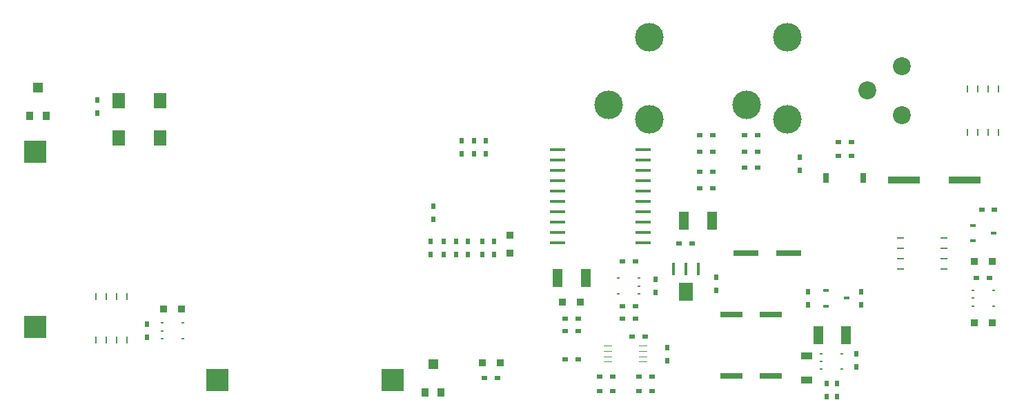
<source format=gtp>
G04 #@! TF.FileFunction,Paste,Top*
%FSLAX46Y46*%
G04 Gerber Fmt 4.6, Leading zero omitted, Abs format (unit mm)*
G04 Created by KiCad (PCBNEW 4.0.6) date 08/04/17 18:38:55*
%MOMM*%
%LPD*%
G01*
G04 APERTURE LIST*
%ADD10C,0.150000*%
%ADD11C,3.510280*%
%ADD12R,2.700020X0.701040*%
%ADD13C,2.199640*%
%ADD14R,0.949960X0.901700*%
%ADD15R,0.901700X0.949960*%
%ADD16R,0.401320X1.501140*%
%ADD17R,1.699260X2.301240*%
%ADD18R,0.970280X0.081280*%
%ADD19R,3.101340X0.701040*%
%ADD20R,1.351280X0.901700*%
%ADD21R,0.698500X1.297940*%
%ADD22R,0.099060X0.899160*%
%ADD23R,1.300480X2.199640*%
%ADD24R,1.899920X0.299720*%
%ADD25R,4.000500X0.899160*%
%ADD26R,0.701040X0.401320*%
%ADD27R,0.462280X0.208280*%
%ADD28R,1.501140X1.986280*%
%ADD29R,0.208280X0.843280*%
%ADD30R,0.843280X0.208280*%
%ADD31R,0.899160X0.099060*%
%ADD32R,2.700020X2.700020*%
%ADD33R,0.701040X0.500380*%
%ADD34R,0.500380X0.701040*%
%ADD35R,1.099820X0.099060*%
%ADD36R,1.300480X1.300480*%
%ADD37R,0.899160X1.099820*%
G04 APERTURE END LIST*
D10*
D11*
X78999080Y-4500880D03*
X78999080Y-14500860D03*
X74000360Y-12750800D03*
X95999300Y-4500880D03*
X95999300Y-14500860D03*
X91000580Y-12750800D03*
D12*
X93901260Y-38498780D03*
X89100660Y-38498780D03*
X93901260Y-45999400D03*
X89100660Y-45999400D03*
D13*
X109997240Y-7998460D03*
X105798620Y-11000740D03*
X109999780Y-14000480D03*
D14*
X61899800Y-28795980D03*
X61899800Y-30995620D03*
D15*
X121099580Y-39499540D03*
X118899940Y-39499540D03*
D16*
X85001100Y-32900620D03*
X83499960Y-32900620D03*
X81998820Y-32900620D03*
D17*
X83499960Y-35699700D03*
D18*
X73931780Y-42423080D03*
X73931780Y-43073320D03*
X73931780Y-43723560D03*
X73931780Y-44373800D03*
X78249780Y-44373800D03*
X78249780Y-43723560D03*
X78249780Y-43073320D03*
X78249780Y-42423080D03*
D19*
X96100900Y-31000700D03*
X90898980Y-31000700D03*
D15*
X118899940Y-31998920D03*
X121099580Y-31998920D03*
X68399660Y-37000180D03*
X70599300Y-37000180D03*
X60700920Y-44399200D03*
X58501280Y-44399200D03*
D20*
X98348800Y-43550840D03*
X98348800Y-46550580D03*
D21*
X105277920Y-21701760D03*
X100721160Y-21701760D03*
D22*
X27599640Y-13101320D03*
X28399740Y-13101320D03*
X29199840Y-13101320D03*
X29999940Y-13101320D03*
X30800040Y-13101320D03*
X31600140Y-13101320D03*
X32400240Y-13101320D03*
X33200340Y-13101320D03*
X34000440Y-13101320D03*
X34800540Y-13101320D03*
X35600640Y-13101320D03*
X36400740Y-13101320D03*
X37200840Y-13101320D03*
X37998400Y-13101320D03*
X38798500Y-13101320D03*
X39598600Y-13101320D03*
X40398700Y-13101320D03*
X41198800Y-13101320D03*
X41998900Y-13101320D03*
X42799000Y-13101320D03*
X43599100Y-13101320D03*
X44399200Y-13101320D03*
X27599640Y-1501140D03*
X28399740Y-1501140D03*
X29199840Y-1501140D03*
X29999940Y-1501140D03*
X30800040Y-1501140D03*
X31600140Y-1501140D03*
X32400240Y-1501140D03*
X33200340Y-1501140D03*
X34000440Y-1501140D03*
X34800540Y-1501140D03*
X35600640Y-1501140D03*
X36400740Y-1501140D03*
X37200840Y-1501140D03*
X38000940Y-1501140D03*
X38798500Y-1501140D03*
X39598600Y-1501140D03*
X40398700Y-1501140D03*
X41198800Y-1501140D03*
X41998900Y-1501140D03*
X42799000Y-1501140D03*
X43599100Y-1501140D03*
X44399200Y-1501140D03*
D23*
X103146860Y-41046400D03*
X99748340Y-41046400D03*
D24*
X67764660Y-18285460D03*
X67764660Y-19555460D03*
X67764660Y-20825460D03*
X67764660Y-22095460D03*
X67764660Y-23365460D03*
X67764660Y-24635460D03*
X67764660Y-25905460D03*
X67764660Y-27175460D03*
X67764660Y-28445460D03*
X67764660Y-29715460D03*
X78234540Y-29715460D03*
X78234540Y-28445460D03*
X78234540Y-27175460D03*
X78234540Y-25905460D03*
X78234540Y-24635460D03*
X78234540Y-23365460D03*
X78234540Y-22095460D03*
X78234540Y-20825460D03*
X78234540Y-19555460D03*
X78234540Y-18285460D03*
D15*
X19400520Y-37800280D03*
X21600160Y-37800280D03*
D23*
X71198740Y-34000440D03*
X67800220Y-34000440D03*
X86700360Y-27000200D03*
X83301840Y-27000200D03*
D25*
X110299500Y-21998940D03*
X117701060Y-21998940D03*
D26*
X103268780Y-36499800D03*
X100728780Y-37452300D03*
X100728780Y-35547300D03*
X121269760Y-28498800D03*
X118729760Y-29451300D03*
X118729760Y-27546300D03*
D27*
X19230340Y-39547800D03*
X19230340Y-41452800D03*
X21770340Y-39547800D03*
X19230340Y-40500300D03*
X21770340Y-41452800D03*
X118729760Y-35547300D03*
X118729760Y-37452300D03*
X121269760Y-35547300D03*
X118729760Y-36499800D03*
X121269760Y-37452300D03*
X77769720Y-35953700D03*
X77769720Y-34048700D03*
X75229720Y-35953700D03*
X77769720Y-35001200D03*
X75229720Y-34048700D03*
X100078540Y-43294300D03*
X100078540Y-45199300D03*
X102618540Y-43294300D03*
X100078540Y-44246800D03*
X102618540Y-45199300D03*
D28*
X19039840Y-16786860D03*
X13959840Y-16786860D03*
X13959840Y-12214860D03*
X19039840Y-12214860D03*
D29*
X14904720Y-41666160D03*
X14904720Y-36332160D03*
X13634720Y-41666160D03*
X12364720Y-41666160D03*
X11094720Y-41666160D03*
X13634720Y-36332160D03*
X12364720Y-36332160D03*
X11094720Y-36332160D03*
X121904760Y-16167100D03*
X121904760Y-10833100D03*
X120634760Y-16167100D03*
X119364760Y-16167100D03*
X118094760Y-16167100D03*
X120634760Y-10833100D03*
X119364760Y-10833100D03*
X118094760Y-10833100D03*
D30*
X109832140Y-32905700D03*
X115166140Y-32905700D03*
X109832140Y-31635700D03*
X109832140Y-30365700D03*
X109832140Y-29095700D03*
X115166140Y-31635700D03*
X115166140Y-30365700D03*
X115166140Y-29095700D03*
D31*
X90731340Y-22095460D03*
X90731340Y-23365460D03*
X90731340Y-24635460D03*
X90731340Y-25905460D03*
X95270320Y-22095460D03*
X95270320Y-23365460D03*
X95270320Y-24635460D03*
X95270320Y-25905460D03*
D32*
X47500540Y-46499780D03*
X25999440Y-46499780D03*
X3700780Y-39999920D03*
X3700780Y-18498820D03*
D33*
X85199220Y-18498820D03*
X86799420Y-18498820D03*
D34*
X17399000Y-41300400D03*
X17399000Y-39700200D03*
D33*
X78501240Y-41198800D03*
X76901040Y-41198800D03*
X68699380Y-38999160D03*
X70299580Y-38999160D03*
X102199440Y-18999200D03*
X103799640Y-18999200D03*
D34*
X98501200Y-37299900D03*
X98501200Y-35699700D03*
D33*
X77299820Y-38999160D03*
X75699620Y-38999160D03*
D34*
X11300460Y-12199620D03*
X11300460Y-13799820D03*
D33*
X60401200Y-46299120D03*
X58801000Y-46299120D03*
D34*
X57500520Y-17198340D03*
X57500520Y-18798540D03*
X55999380Y-17198340D03*
X55999380Y-18798540D03*
X56799480Y-31094680D03*
X56799480Y-29494480D03*
X55300880Y-31094680D03*
X55300880Y-29494480D03*
D33*
X86799420Y-20998180D03*
X85199220Y-20998180D03*
D34*
X52199540Y-31099760D03*
X52199540Y-29499560D03*
X52499260Y-26799540D03*
X52499260Y-25199340D03*
X97500440Y-19199860D03*
X97500440Y-20800060D03*
D33*
X92301060Y-18498820D03*
X90700860Y-18498820D03*
D34*
X105001060Y-37299900D03*
X105001060Y-35699700D03*
X87200740Y-33898840D03*
X87200740Y-35499040D03*
D33*
X84300060Y-29799280D03*
X82699860Y-29799280D03*
X75699620Y-31998920D03*
X77299820Y-31998920D03*
X75699620Y-37500560D03*
X77299820Y-37500560D03*
D34*
X79799180Y-35801300D03*
X79799180Y-34201100D03*
X104447340Y-44947840D03*
X104447340Y-43347640D03*
D33*
X103799640Y-17299940D03*
X102199440Y-17299940D03*
X119199660Y-34000440D03*
X120799860Y-34000440D03*
X92301060Y-20500340D03*
X90700860Y-20500340D03*
D34*
X102047040Y-46946820D03*
X102047040Y-48547020D03*
X58999120Y-18798540D03*
X58999120Y-17198340D03*
X100749100Y-48547020D03*
X100749100Y-46946820D03*
D33*
X119799100Y-25600660D03*
X121399300Y-25600660D03*
D34*
X58498740Y-31094680D03*
X58498740Y-29494480D03*
D33*
X92301060Y-16499840D03*
X90700860Y-16499840D03*
X79400400Y-47899320D03*
X77800200Y-47899320D03*
X79392780Y-46098460D03*
X77792580Y-46098460D03*
D34*
X81201260Y-44201080D03*
X81201260Y-42600880D03*
D33*
X72900540Y-47899320D03*
X74500740Y-47899320D03*
X72900540Y-46101000D03*
X74500740Y-46101000D03*
X70299580Y-44000420D03*
X68699380Y-44000420D03*
D34*
X59999880Y-29494480D03*
X59999880Y-31094680D03*
D33*
X86799420Y-16499840D03*
X85199220Y-16499840D03*
X86799420Y-22999700D03*
X85199220Y-22999700D03*
X70299580Y-40500300D03*
X68699380Y-40500300D03*
D34*
X53799740Y-29494480D03*
X53799740Y-31094680D03*
D35*
X61247020Y-41625520D03*
X61247020Y-40975280D03*
X61247020Y-40325040D03*
X61247020Y-39674800D03*
X61247020Y-39024560D03*
X61247020Y-38374320D03*
X61247020Y-37724080D03*
X61247020Y-37073840D03*
X61247020Y-36423600D03*
X61247020Y-35773360D03*
X53152040Y-35775900D03*
X53152040Y-36423600D03*
X53152040Y-37073840D03*
X53152040Y-37724080D03*
X53152040Y-38374320D03*
X53152040Y-39024560D03*
X53152040Y-39674800D03*
X53152040Y-40325040D03*
X53152040Y-40975280D03*
X53152040Y-41625520D03*
D36*
X4000500Y-10599420D03*
D37*
X2999740Y-14099540D03*
X5001260Y-14099540D03*
D36*
X52499260Y-44599860D03*
D37*
X51498500Y-48099980D03*
X53500020Y-48099980D03*
M02*

</source>
